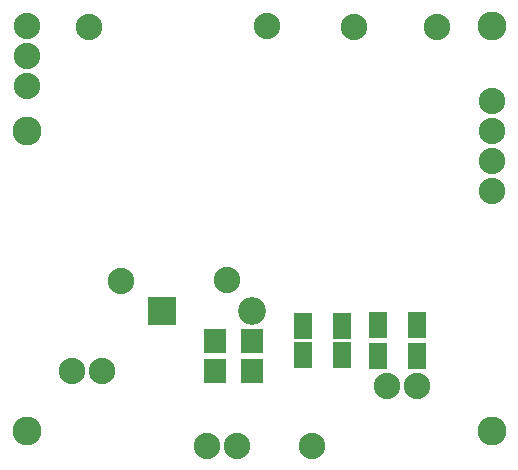
<source format=gbs>
G04 MADE WITH FRITZING*
G04 WWW.FRITZING.ORG*
G04 SINGLE SIDED*
G04 HOLES NOT PLATED*
G04 CONTOUR ON CENTER OF CONTOUR VECTOR*
%ASAXBY*%
%FSLAX23Y23*%
%MOIN*%
%OFA0B0*%
%SFA1.0B1.0*%
%ADD10C,0.096614*%
%ADD11C,0.088000*%
%ADD12C,0.092000*%
%ADD13R,0.059208X0.088736*%
%ADD14R,0.059222X0.088736*%
%ADD15R,0.072992X0.084803*%
%ADD16R,0.092000X0.092000*%
%LNMASK0*%
G90*
G70*
G54D10*
X1653Y129D03*
X103Y129D03*
X103Y1129D03*
X1653Y1479D03*
G54D11*
X416Y627D03*
X1053Y79D03*
X769Y631D03*
X1469Y1476D03*
X1194Y1474D03*
X903Y1479D03*
X311Y1476D03*
X1653Y1229D03*
X1653Y1129D03*
X1653Y1029D03*
X1653Y929D03*
X1303Y279D03*
X1403Y279D03*
X703Y79D03*
X803Y79D03*
X253Y329D03*
X353Y329D03*
X103Y1479D03*
X103Y1379D03*
X103Y1279D03*
G54D12*
X555Y529D03*
X853Y529D03*
G54D13*
X1275Y379D03*
G54D14*
X1403Y379D03*
G54D13*
X1153Y380D03*
G54D14*
X1025Y380D03*
G54D13*
X1403Y480D03*
G54D14*
X1275Y480D03*
G54D13*
X1025Y479D03*
G54D14*
X1153Y479D03*
G54D15*
X731Y429D03*
X853Y429D03*
X731Y329D03*
X853Y329D03*
G54D16*
X554Y529D03*
G04 End of Mask0*
M02*
</source>
